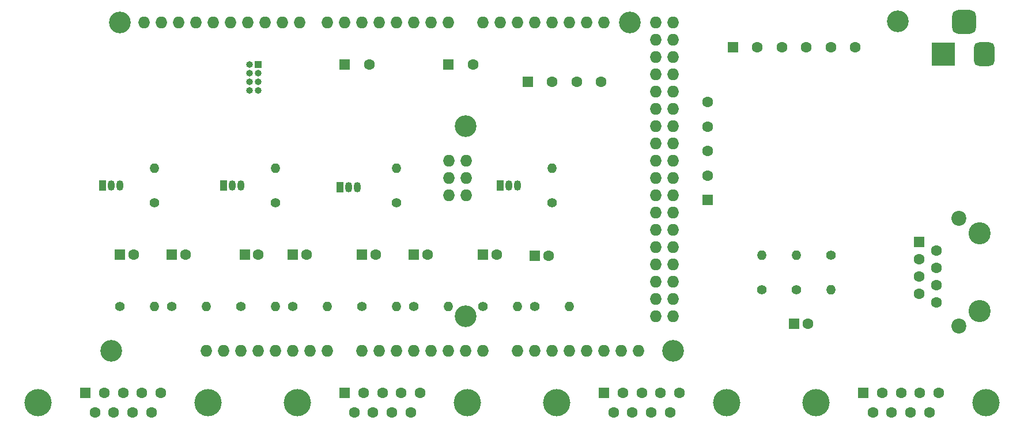
<source format=gbr>
%TF.GenerationSoftware,KiCad,Pcbnew,(6.0.4)*%
%TF.CreationDate,2022-04-19T02:21:29-03:00*%
%TF.ProjectId,TCC_Flow,5443435f-466c-46f7-972e-6b696361645f,rev?*%
%TF.SameCoordinates,Original*%
%TF.FileFunction,Soldermask,Bot*%
%TF.FilePolarity,Negative*%
%FSLAX46Y46*%
G04 Gerber Fmt 4.6, Leading zero omitted, Abs format (unit mm)*
G04 Created by KiCad (PCBNEW (6.0.4)) date 2022-04-19 02:21:29*
%MOMM*%
%LPD*%
G01*
G04 APERTURE LIST*
G04 Aperture macros list*
%AMRoundRect*
0 Rectangle with rounded corners*
0 $1 Rounding radius*
0 $2 $3 $4 $5 $6 $7 $8 $9 X,Y pos of 4 corners*
0 Add a 4 corners polygon primitive as box body*
4,1,4,$2,$3,$4,$5,$6,$7,$8,$9,$2,$3,0*
0 Add four circle primitives for the rounded corners*
1,1,$1+$1,$2,$3*
1,1,$1+$1,$4,$5*
1,1,$1+$1,$6,$7*
1,1,$1+$1,$8,$9*
0 Add four rect primitives between the rounded corners*
20,1,$1+$1,$2,$3,$4,$5,0*
20,1,$1+$1,$4,$5,$6,$7,0*
20,1,$1+$1,$6,$7,$8,$9,0*
20,1,$1+$1,$8,$9,$2,$3,0*%
G04 Aperture macros list end*
%ADD10C,3.200000*%
%ADD11R,1.000000X1.000000*%
%ADD12O,1.000000X1.000000*%
%ADD13C,3.250000*%
%ADD14RoundRect,0.248000X0.552000X-0.552000X0.552000X0.552000X-0.552000X0.552000X-0.552000X-0.552000X0*%
%ADD15C,1.600000*%
%ADD16C,2.200000*%
%ADD17O,1.727200X1.727200*%
%ADD18R,1.600000X1.600000*%
%ADD19R,3.500000X3.500000*%
%ADD20RoundRect,0.750000X0.750000X1.000000X-0.750000X1.000000X-0.750000X-1.000000X0.750000X-1.000000X0*%
%ADD21RoundRect,0.875000X0.875000X0.875000X-0.875000X0.875000X-0.875000X-0.875000X0.875000X-0.875000X0*%
%ADD22C,4.000000*%
%ADD23RoundRect,0.250000X-0.550000X-0.550000X0.550000X-0.550000X0.550000X0.550000X-0.550000X0.550000X0*%
%ADD24RoundRect,0.250000X0.550000X-0.550000X0.550000X0.550000X-0.550000X0.550000X-0.550000X-0.550000X0*%
%ADD25R,1.050000X1.500000*%
%ADD26O,1.050000X1.500000*%
%ADD27C,1.400000*%
%ADD28O,1.400000X1.400000*%
G04 APERTURE END LIST*
D10*
%TO.C,M3*%
X193040000Y-47000000D03*
%TD*%
D11*
%TO.C,J1*%
X99060000Y-53340000D03*
D12*
X97790000Y-53340000D03*
X99060000Y-54610000D03*
X97790000Y-54610000D03*
X99060000Y-55880000D03*
X97790000Y-55880000D03*
X99060000Y-57150000D03*
X97790000Y-57150000D03*
%TD*%
D13*
%TO.C,Pirani1*%
X205090000Y-78105000D03*
X205090000Y-89535000D03*
D14*
X196200000Y-79375000D03*
D15*
X198740000Y-80645000D03*
X196200000Y-81915000D03*
X198740000Y-83185000D03*
X196200000Y-84455000D03*
X198740000Y-85725000D03*
X196200000Y-86995000D03*
X198740000Y-88265000D03*
D16*
X202040000Y-91720000D03*
X202040000Y-75920000D03*
%TD*%
D17*
%TO.C,XA1*%
X127107000Y-67440000D03*
X160000000Y-90300000D03*
X157460000Y-90300000D03*
X160000000Y-87760000D03*
X157460000Y-87760000D03*
X160000000Y-85220000D03*
X157460000Y-85220000D03*
X160000000Y-82680000D03*
X157460000Y-82680000D03*
X160000000Y-80140000D03*
X157460000Y-80140000D03*
X160000000Y-77600000D03*
X157460000Y-77600000D03*
X160000000Y-75060000D03*
X157460000Y-75060000D03*
X160000000Y-72520000D03*
X157460000Y-72520000D03*
X160000000Y-69980000D03*
X157460000Y-69980000D03*
X160000000Y-67440000D03*
X157460000Y-67440000D03*
X160000000Y-64900000D03*
X157460000Y-64900000D03*
X160000000Y-62360000D03*
X157460000Y-62360000D03*
X160000000Y-59820000D03*
X157460000Y-59820000D03*
X160000000Y-57280000D03*
X157460000Y-57280000D03*
X160000000Y-54740000D03*
X157460000Y-54740000D03*
X160000000Y-52200000D03*
X157460000Y-52200000D03*
X160000000Y-49660000D03*
X157460000Y-49660000D03*
X160000000Y-47120000D03*
X157460000Y-47120000D03*
X154920000Y-95380000D03*
X152380000Y-95380000D03*
X149840000Y-95380000D03*
X147300000Y-95380000D03*
X144760000Y-95380000D03*
X142220000Y-95380000D03*
X139680000Y-95380000D03*
X137140000Y-95380000D03*
X132060000Y-95380000D03*
X129520000Y-95380000D03*
X126980000Y-95380000D03*
X124440000Y-95380000D03*
X121900000Y-95380000D03*
X119360000Y-95380000D03*
X116820000Y-95380000D03*
X91420000Y-95380000D03*
X97516000Y-47120000D03*
X94976000Y-47120000D03*
X92436000Y-47120000D03*
X87356000Y-47120000D03*
X84816000Y-47120000D03*
X82276000Y-47120000D03*
D10*
X77450000Y-95380000D03*
X160000000Y-95380000D03*
X78720000Y-47120000D03*
X153650000Y-47120000D03*
X129520000Y-62360000D03*
X129520000Y-90300000D03*
D17*
X100056000Y-47120000D03*
X102596000Y-47120000D03*
X105136000Y-47120000D03*
X89896000Y-47120000D03*
X109200000Y-47120000D03*
X111740000Y-47120000D03*
X114280000Y-47120000D03*
X116820000Y-47120000D03*
X119360000Y-47120000D03*
X121900000Y-47120000D03*
X124440000Y-47120000D03*
X126980000Y-47120000D03*
X132060000Y-47120000D03*
X134600000Y-47120000D03*
X137140000Y-47120000D03*
X139680000Y-47120000D03*
X142220000Y-47120000D03*
X144760000Y-47120000D03*
X147300000Y-47120000D03*
X149840000Y-47120000D03*
X93960000Y-95380000D03*
X96500000Y-95380000D03*
X99040000Y-95380000D03*
X101580000Y-95380000D03*
X104120000Y-95380000D03*
X106660000Y-95380000D03*
X109200000Y-95380000D03*
X114280000Y-95380000D03*
X129647000Y-67440000D03*
X127107000Y-69980000D03*
X129647000Y-69980000D03*
X129647000Y-72520000D03*
X127107000Y-72520000D03*
%TD*%
D18*
%TO.C,C2*%
X97060000Y-81280000D03*
D15*
X99060000Y-81280000D03*
%TD*%
%TO.C,C1*%
X88360000Y-81280000D03*
D18*
X86360000Y-81280000D03*
%TD*%
%TO.C,C9*%
X121920000Y-81280000D03*
D15*
X123920000Y-81280000D03*
%TD*%
D18*
%TO.C,C8*%
X104140000Y-81280000D03*
D15*
X106140000Y-81280000D03*
%TD*%
D18*
%TO.C,C7*%
X139700000Y-81420000D03*
D15*
X141700000Y-81420000D03*
%TD*%
%TO.C,C6*%
X80740000Y-81280000D03*
D18*
X78740000Y-81280000D03*
%TD*%
%TO.C,C5*%
X177800000Y-91440000D03*
D15*
X179800000Y-91440000D03*
%TD*%
D18*
%TO.C,C4*%
X132080000Y-81280000D03*
D15*
X134080000Y-81280000D03*
%TD*%
D18*
%TO.C,C3*%
X114300000Y-81280000D03*
D15*
X116300000Y-81280000D03*
%TD*%
D19*
%TO.C,+15V-*%
X199740000Y-51757500D03*
D20*
X205740000Y-51757500D03*
D21*
X202740000Y-47057500D03*
%TD*%
D22*
%TO.C,MFC1*%
X91700000Y-103020000D03*
X66700000Y-103020000D03*
D18*
X73660000Y-101600000D03*
D15*
X76430000Y-101600000D03*
X79200000Y-101600000D03*
X81970000Y-101600000D03*
X84740000Y-101600000D03*
X75045000Y-104440000D03*
X77815000Y-104440000D03*
X80585000Y-104440000D03*
X83355000Y-104440000D03*
%TD*%
D22*
%TO.C,MFC4*%
X206000000Y-103020000D03*
X181000000Y-103020000D03*
D18*
X187960000Y-101600000D03*
D15*
X190730000Y-101600000D03*
X193500000Y-101600000D03*
X196270000Y-101600000D03*
X199040000Y-101600000D03*
X189345000Y-104440000D03*
X192115000Y-104440000D03*
X194885000Y-104440000D03*
X197655000Y-104440000D03*
%TD*%
D22*
%TO.C,MFC3*%
X167900000Y-103020000D03*
X142900000Y-103020000D03*
D18*
X149860000Y-101600000D03*
D15*
X152630000Y-101600000D03*
X155400000Y-101600000D03*
X158170000Y-101600000D03*
X160940000Y-101600000D03*
X151245000Y-104440000D03*
X154015000Y-104440000D03*
X156785000Y-104440000D03*
X159555000Y-104440000D03*
%TD*%
D22*
%TO.C,MFC2*%
X129800000Y-103020000D03*
X104800000Y-103020000D03*
D18*
X111760000Y-101600000D03*
D15*
X114530000Y-101600000D03*
X117300000Y-101600000D03*
X120070000Y-101600000D03*
X122840000Y-101600000D03*
X113145000Y-104440000D03*
X115915000Y-104440000D03*
X118685000Y-104440000D03*
X121455000Y-104440000D03*
%TD*%
%TO.C,+15V2-*%
X130600000Y-53340000D03*
D23*
X127000000Y-53340000D03*
%TD*%
%TO.C,+5V-*%
X111760000Y-53340000D03*
D15*
X115360000Y-53340000D03*
%TD*%
D23*
%TO.C,Tela1*%
X138640000Y-55880000D03*
D15*
X142240000Y-55880000D03*
X145840000Y-55880000D03*
X149440000Y-55880000D03*
%TD*%
D24*
%TO.C,Clock1*%
X165100000Y-73240000D03*
D15*
X165100000Y-69640000D03*
X165100000Y-66040000D03*
X165100000Y-62440000D03*
X165100000Y-58840000D03*
%TD*%
%TO.C,MicroSd1*%
X186800000Y-50800000D03*
X183200000Y-50800000D03*
X179600000Y-50800000D03*
X176000000Y-50800000D03*
X172400000Y-50800000D03*
D23*
X168800000Y-50800000D03*
%TD*%
D25*
%TO.C,Q4*%
X134620000Y-71120000D03*
D26*
X135890000Y-71120000D03*
X137160000Y-71120000D03*
%TD*%
D25*
%TO.C,Q3*%
X93980000Y-71120000D03*
D26*
X95250000Y-71120000D03*
X96520000Y-71120000D03*
%TD*%
D25*
%TO.C,Q2*%
X111105000Y-71337500D03*
D26*
X112375000Y-71337500D03*
X113645000Y-71337500D03*
%TD*%
D25*
%TO.C,Q1*%
X76200000Y-71120000D03*
D26*
X77470000Y-71120000D03*
X78740000Y-71120000D03*
%TD*%
D27*
%TO.C,R15*%
X96520000Y-88900000D03*
D28*
X101600000Y-88900000D03*
%TD*%
D27*
%TO.C,R14*%
X121920000Y-88900000D03*
D28*
X127000000Y-88900000D03*
%TD*%
D27*
%TO.C,R13*%
X132080000Y-88900000D03*
D28*
X137160000Y-88900000D03*
%TD*%
D27*
%TO.C,R12*%
X142240000Y-73660000D03*
D28*
X142240000Y-68580000D03*
%TD*%
D27*
%TO.C,R11*%
X101600000Y-73660000D03*
D28*
X101600000Y-68580000D03*
%TD*%
D27*
%TO.C,R10*%
X119380000Y-73660000D03*
D28*
X119380000Y-68580000D03*
%TD*%
%TO.C,R9*%
X83820000Y-88900000D03*
D27*
X78740000Y-88900000D03*
%TD*%
%TO.C,R8*%
X83820000Y-73660000D03*
D28*
X83820000Y-68580000D03*
%TD*%
D27*
%TO.C,R7*%
X173080000Y-86420000D03*
D28*
X173080000Y-81340000D03*
%TD*%
D27*
%TO.C,R6*%
X139700000Y-88900000D03*
D28*
X144780000Y-88900000D03*
%TD*%
D27*
%TO.C,R5*%
X114300000Y-88900000D03*
D28*
X119380000Y-88900000D03*
%TD*%
D27*
%TO.C,R4*%
X104140000Y-88900000D03*
D28*
X109220000Y-88900000D03*
%TD*%
%TO.C,R3*%
X91440000Y-88900000D03*
D27*
X86360000Y-88900000D03*
%TD*%
%TO.C,R2*%
X178160000Y-86420000D03*
D28*
X178160000Y-81340000D03*
%TD*%
D27*
%TO.C,R1*%
X183240000Y-81340000D03*
D28*
X183240000Y-86420000D03*
%TD*%
M02*

</source>
